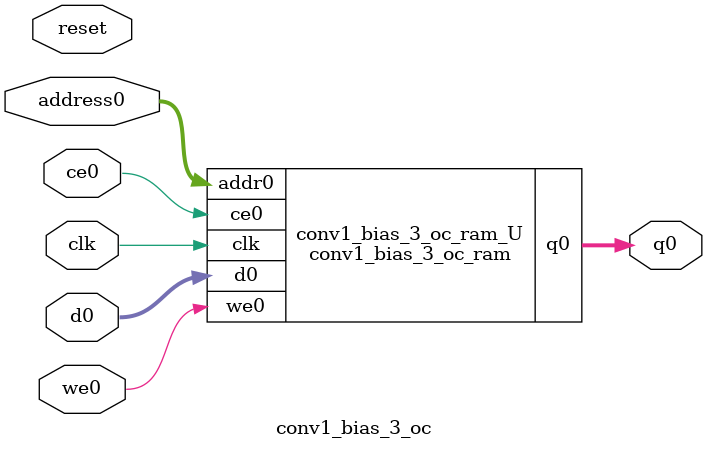
<source format=v>

`timescale 1 ns / 1 ps
module conv1_bias_3_oc_ram (addr0, ce0, d0, we0, q0,  clk);

parameter DWIDTH = 32;
parameter AWIDTH = 4;
parameter MEM_SIZE = 16;

input[AWIDTH-1:0] addr0;
input ce0;
input[DWIDTH-1:0] d0;
input we0;
output reg[DWIDTH-1:0] q0;
input clk;

(* ram_style = "distributed" *)reg [DWIDTH-1:0] ram[0:MEM_SIZE-1];




always @(posedge clk)  
begin 
    if (ce0) 
    begin
        if (we0) 
        begin 
            ram[addr0] <= d0; 
            q0 <= d0;
        end 
        else 
            q0 <= ram[addr0];
    end
end


endmodule


`timescale 1 ns / 1 ps
module conv1_bias_3_oc(
    reset,
    clk,
    address0,
    ce0,
    we0,
    d0,
    q0);

parameter DataWidth = 32'd32;
parameter AddressRange = 32'd16;
parameter AddressWidth = 32'd4;
input reset;
input clk;
input[AddressWidth - 1:0] address0;
input ce0;
input we0;
input[DataWidth - 1:0] d0;
output[DataWidth - 1:0] q0;



conv1_bias_3_oc_ram conv1_bias_3_oc_ram_U(
    .clk( clk ),
    .addr0( address0 ),
    .ce0( ce0 ),
    .we0( we0 ),
    .d0( d0 ),
    .q0( q0 ));

endmodule


</source>
